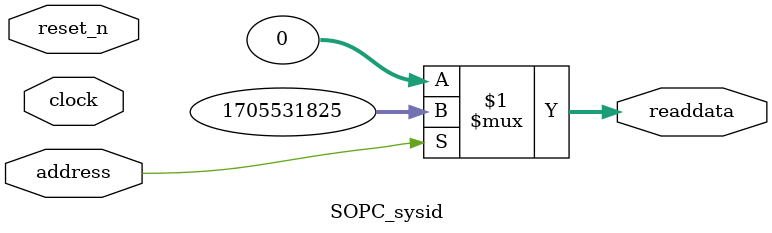
<source format=v>

`timescale 1ns / 1ps
// synthesis translate_on

// turn off superfluous verilog processor warnings 
// altera message_level Level1 
// altera message_off 10034 10035 10036 10037 10230 10240 10030 

module SOPC_sysid (
               // inputs:
                address,
                clock,
                reset_n,

               // outputs:
                readdata
             )
;

  output  [ 31: 0] readdata;
  input            address;
  input            clock;
  input            reset_n;

  wire    [ 31: 0] readdata;
  //control_slave, which is an e_avalon_slave
  assign readdata = address ? 1705531825 : 0;

endmodule




</source>
